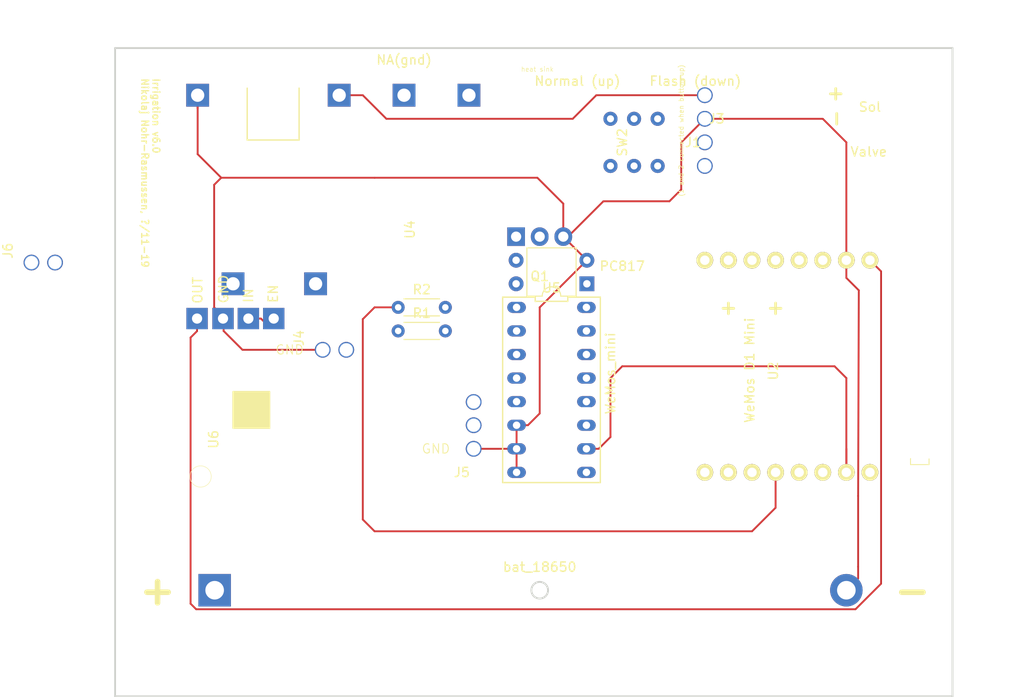
<source format=kicad_pcb>
(kicad_pcb (version 20171130) (host pcbnew "(5.0.2)-1")

  (general
    (thickness 1.6)
    (drawings 22)
    (tracks 184)
    (zones 0)
    (modules 15)
    (nets 18)
  )

  (page A4)
  (layers
    (0 Top_copper power)
    (1 "Blue_(signal_1)" signal)
    (2 Bottom_copper signal)
    (3 "Yellow2_(signal)" signal)
    (4 "Blue2_(signal)" signal)
    (31 "Red_(Power)" power)
    (32 B.Adhes user)
    (33 F.Adhes user)
    (34 B.Paste user)
    (35 F.Paste user)
    (36 B.SilkS user)
    (37 F.SilkS user)
    (38 B.Mask user)
    (39 F.Mask user)
    (40 Dwgs.User user)
    (41 Cmts.User user)
    (42 Eco1.User user)
    (43 Eco2.User user)
    (44 Edge.Cuts user)
    (45 Margin user)
    (46 B.CrtYd user)
    (47 F.CrtYd user)
    (48 B.Fab user)
    (49 F.Fab user)
  )

  (setup
    (last_trace_width 0.2)
    (trace_clearance 0.2)
    (zone_clearance 0.508)
    (zone_45_only no)
    (trace_min 0.2)
    (segment_width 0.2)
    (edge_width 0.2)
    (via_size 0.8)
    (via_drill 0.4)
    (via_min_size 0.4)
    (via_min_drill 0.3)
    (uvia_size 0.3)
    (uvia_drill 0.1)
    (uvias_allowed no)
    (uvia_min_size 0.2)
    (uvia_min_drill 0.1)
    (pcb_text_width 0.3)
    (pcb_text_size 1.5 1.5)
    (mod_edge_width 0.15)
    (mod_text_size 1 1)
    (mod_text_width 0.15)
    (pad_size 1.8 1.8)
    (pad_drill 1.016)
    (pad_to_mask_clearance 0.2)
    (solder_mask_min_width 0.25)
    (aux_axis_origin 0 0)
    (visible_elements 7FFFEFFF)
    (pcbplotparams
      (layerselection 0x290f0_7fffffe5)
      (usegerberextensions true)
      (usegerberattributes false)
      (usegerberadvancedattributes false)
      (creategerberjobfile false)
      (excludeedgelayer true)
      (linewidth 0.100000)
      (plotframeref false)
      (viasonmask false)
      (mode 1)
      (useauxorigin false)
      (hpglpennumber 1)
      (hpglpenspeed 20)
      (hpglpendiameter 15.000000)
      (psnegative false)
      (psa4output false)
      (plotreference true)
      (plotvalue true)
      (plotinvisibletext false)
      (padsonsilk true)
      (subtractmaskfromsilk false)
      (outputformat 1)
      (mirror false)
      (drillshape 0)
      (scaleselection 1)
      (outputdirectory "./"))
  )

  (net 0 "")
  (net 1 GND)
  (net 2 "Net-(J3-Pad1)")
  (net 3 "Net-(Q1-Pad1)")
  (net 4 "Net-(Opto1-Pad1)")
  (net 5 "Net-(R2-Pad1)")
  (net 6 "Net-(SW2-Pad2)")
  (net 7 "Net-(SW2-Pad1)")
  (net 8 "Net-(R1-Pad2)")
  (net 9 "Net-(U2-Pad15)")
  (net 10 "Net-(U2-Pad14)")
  (net 11 "Net-(U2-Pad10)")
  (net 12 "Net-(J4-Pad2)")
  (net 13 "Net-(J5-Pad2)")
  (net 14 "Net-(J5-Pad3)")
  (net 15 /4.0-7.5V)
  (net 16 /5V)
  (net 17 /12V)

  (net_class Default "This is the default net class."
    (clearance 0.2)
    (trace_width 0.2)
    (via_dia 0.8)
    (via_drill 0.4)
    (uvia_dia 0.3)
    (uvia_drill 0.1)
    (add_net /12V)
    (add_net /4.0-7.5V)
    (add_net /5V)
    (add_net GND)
    (add_net "Net-(J3-Pad1)")
    (add_net "Net-(J4-Pad2)")
    (add_net "Net-(J5-Pad2)")
    (add_net "Net-(J5-Pad3)")
    (add_net "Net-(Opto1-Pad1)")
    (add_net "Net-(Q1-Pad1)")
    (add_net "Net-(R1-Pad2)")
    (add_net "Net-(R2-Pad1)")
    (add_net "Net-(SW2-Pad1)")
    (add_net "Net-(SW2-Pad2)")
    (add_net "Net-(U2-Pad10)")
    (add_net "Net-(U2-Pad14)")
    (add_net "Net-(U2-Pad15)")
  )

  (module Package_DIP:DIP-4_W7.62mm (layer Top_copper) (tedit 5CB44DF3) (tstamp 5C9BBC4B)
    (at 68.58 43.18 180)
    (descr "4-lead though-hole mounted DIP package, row spacing 7.62 mm (300 mils)")
    (tags "THT DIP DIL PDIP 2.54mm 7.62mm 300mil")
    (path /5C922828)
    (fp_text reference Opto1 (at -3.175 3.81 180) (layer F.SilkS) hide
      (effects (font (size 1 1) (thickness 0.15)))
    )
    (fp_text value PC817 (at -3.81 1.905 180) (layer F.SilkS)
      (effects (font (size 1 1) (thickness 0.15)))
    )
    (fp_arc (start 3.81 -1.33) (end 2.81 -1.33) (angle -180) (layer F.SilkS) (width 0.12))
    (fp_line (start 1.635 -1.27) (end 6.985 -1.27) (layer F.Fab) (width 0.1))
    (fp_line (start 6.985 -1.27) (end 6.985 3.81) (layer F.Fab) (width 0.1))
    (fp_line (start 6.985 3.81) (end 0.635 3.81) (layer F.Fab) (width 0.1))
    (fp_line (start 0.635 3.81) (end 0.635 -0.27) (layer F.Fab) (width 0.1))
    (fp_line (start 0.635 -0.27) (end 1.635 -1.27) (layer F.Fab) (width 0.1))
    (fp_line (start 2.81 -1.33) (end 1.16 -1.33) (layer F.SilkS) (width 0.12))
    (fp_line (start 1.16 -1.33) (end 1.16 3.87) (layer F.SilkS) (width 0.12))
    (fp_line (start 1.16 3.87) (end 6.46 3.87) (layer F.SilkS) (width 0.12))
    (fp_line (start 6.46 3.87) (end 6.46 -1.33) (layer F.SilkS) (width 0.12))
    (fp_line (start 6.46 -1.33) (end 4.81 -1.33) (layer F.SilkS) (width 0.12))
    (fp_line (start -1.1 -1.55) (end -1.1 4.1) (layer F.CrtYd) (width 0.05))
    (fp_line (start -1.1 4.1) (end 8.7 4.1) (layer F.CrtYd) (width 0.05))
    (fp_line (start 8.7 4.1) (end 8.7 -1.55) (layer F.CrtYd) (width 0.05))
    (fp_line (start 8.7 -1.55) (end -1.1 -1.55) (layer F.CrtYd) (width 0.05))
    (fp_text user %R (at 3.81 1.27 180) (layer F.Fab)
      (effects (font (size 1 1) (thickness 0.15)))
    )
    (pad 1 thru_hole rect (at 0 0 180) (size 1.6 1.6) (drill 0.8) (layers *.Cu *.Mask)
      (net 4 "Net-(Opto1-Pad1)"))
    (pad 3 thru_hole oval (at 7.62 2.54 180) (size 1.6 1.6) (drill 0.8) (layers *.Cu *.Mask)
      (net 13 "Net-(J5-Pad2)"))
    (pad 2 thru_hole oval (at 0 2.54 180) (size 1.6 1.6) (drill 0.8) (layers *.Cu *.Mask)
      (net 1 GND))
    (pad 4 thru_hole oval (at 7.62 0 180) (size 1.6 1.6) (drill 0.8) (layers *.Cu *.Mask)
      (net 16 /5V))
    (model ${KISYS3DMOD}/Package_DIP.3dshapes/DIP-4_W7.62mm.wrl
      (at (xyz 0 0 0))
      (scale (xyz 1 1 1))
      (rotate (xyz 0 0 0))
    )
  )

  (module footprint:74HC4052_analogue_mux_v1 (layer Top_copper) (tedit 5CA72754) (tstamp 5CA72CC3)
    (at 64.77 54.61 270)
    (path /5CAC48A2)
    (fp_text reference U5 (at -10.99 0) (layer F.SilkS)
      (effects (font (size 1 1) (thickness 0.15)))
    )
    (fp_text value CD4052B (at 0 0 270) (layer F.Fab)
      (effects (font (size 1 1) (thickness 0.15)))
    )
    (fp_line (start -10.15 5.4) (end -10.15 -5.4) (layer F.CrtYd) (width 0.05))
    (fp_line (start 10.15 5.4) (end -10.15 5.4) (layer F.CrtYd) (width 0.05))
    (fp_line (start 10.15 -5.4) (end 10.15 5.4) (layer F.CrtYd) (width 0.05))
    (fp_line (start -10.15 -5.4) (end 10.15 -5.4) (layer F.CrtYd) (width 0.05))
    (fp_line (start -9.99 1.753333) (end -9.99 5.259999) (layer F.SilkS) (width 0.15))
    (fp_line (start -9.54 1.753333) (end -9.99 1.753333) (layer F.SilkS) (width 0.15))
    (fp_line (start -9.54 -1.753333) (end -9.54 1.753333) (layer F.SilkS) (width 0.15))
    (fp_line (start -9.99 -1.753333) (end -9.54 -1.753333) (layer F.SilkS) (width 0.15))
    (fp_line (start -9.99 -5.26) (end -9.99 -1.753333) (layer F.SilkS) (width 0.15))
    (fp_line (start 9.99 -5.259999) (end -9.99 -5.26) (layer F.SilkS) (width 0.15))
    (fp_line (start 9.99 5.26) (end 9.99 -5.259999) (layer F.SilkS) (width 0.15))
    (fp_line (start -9.99 5.259999) (end 9.99 5.26) (layer F.SilkS) (width 0.15))
    (pad 8 thru_hole oval (at 8.89 3.76 270) (size 1.2 2) (drill 0.8) (layers *.Cu *.Mask)
      (net 1 GND))
    (pad 9 thru_hole oval (at 8.89 -3.76 270) (size 1.2 2) (drill 0.8) (layers *.Cu *.Mask)
      (net 10 "Net-(U2-Pad14)"))
    (pad 7 thru_hole oval (at 6.35 3.76 270) (size 1.2 2) (drill 0.8) (layers *.Cu *.Mask)
      (net 1 GND))
    (pad 10 thru_hole oval (at 6.35 -3.76 270) (size 1.2 2) (drill 0.8) (layers *.Cu *.Mask)
      (net 9 "Net-(U2-Pad15)"))
    (pad 6 thru_hole oval (at 3.81 3.76 270) (size 1.2 2) (drill 0.8) (layers *.Cu *.Mask)
      (net 1 GND))
    (pad 11 thru_hole oval (at 3.81 -3.76 270) (size 1.2 2) (drill 0.8) (layers *.Cu *.Mask))
    (pad 5 thru_hole oval (at 1.27 3.76 270) (size 1.2 2) (drill 0.8) (layers *.Cu *.Mask))
    (pad 12 thru_hole oval (at 1.27 -3.76 270) (size 1.2 2) (drill 0.8) (layers *.Cu *.Mask)
      (net 14 "Net-(J5-Pad3)"))
    (pad 4 thru_hole oval (at -1.27 3.76 270) (size 1.2 2) (drill 0.8) (layers *.Cu *.Mask))
    (pad 13 thru_hole oval (at -1.27 -3.76 270) (size 1.2 2) (drill 0.8) (layers *.Cu *.Mask)
      (net 11 "Net-(U2-Pad10)"))
    (pad 3 thru_hole oval (at -3.81 3.76 270) (size 1.2 2) (drill 0.8) (layers *.Cu *.Mask))
    (pad 14 thru_hole oval (at -3.81 -3.76 270) (size 1.2 2) (drill 0.8) (layers *.Cu *.Mask)
      (net 8 "Net-(R1-Pad2)"))
    (pad 2 thru_hole oval (at -6.35 3.76 270) (size 1.2 2) (drill 0.8) (layers *.Cu *.Mask))
    (pad 15 thru_hole oval (at -6.35 -3.76 270) (size 1.2 2) (drill 0.8) (layers *.Cu *.Mask))
    (pad 1 thru_hole oval (at -8.89 3.76 270) (size 1.2 2) (drill 0.8) (layers *.Cu *.Mask))
    (pad 16 thru_hole oval (at -8.89 -3.76 270) (size 1.2 2) (drill 0.8) (layers *.Cu *.Mask)
      (net 13 "Net-(J5-Pad2)"))
  )

  (module footprint:BatteryHolder_MPD_BH-18650-PC2_v4 (layer Top_copper) (tedit 5CAF9A70) (tstamp 5CAF9B3B)
    (at 63.5 76.2)
    (descr "18650 Battery Holder (http://www.memoryprotectiondevices.com/datasheets/BK-18650-PC2-datasheet.pdf)")
    (tags "18650 Battery Holder")
    (path /5C9C0D4A)
    (fp_text reference bat_18650 (at 0 -2.5) (layer F.SilkS)
      (effects (font (size 1 1) (thickness 0.15)))
    )
    (fp_text value Battery_Cell (at 0 -4.8) (layer F.Fab)
      (effects (font (size 1 1) (thickness 0.15)))
    )
    (fp_line (start -38.1 -10.668) (end 35.56 -10.668) (layer F.CrtYd) (width 0.05))
    (fp_line (start -38.1 10.668) (end -38.1 -10.668) (layer F.CrtYd) (width 0.05))
    (fp_circle (center 0 0) (end -1.016 -0.508) (layer F.CrtYd) (width 0.05))
    (fp_line (start 35.56 10.668) (end 35.56 -10.668) (layer F.CrtYd) (width 0.05))
    (fp_line (start -38.1 10.668) (end 35.56 10.668) (layer F.CrtYd) (width 0.05))
    (pad 2 thru_hole circle (at 33.02 0) (size 3.5 3.5) (drill 2) (layers *.Cu *.Mask)
      (net 1 GND))
    (pad 1 thru_hole rect (at -35 0) (size 3.5 3.5) (drill 2) (layers *.Cu *.Mask)
      (net 12 "Net-(J4-Pad2)"))
    (model ${KISYS3DMOD}/Battery.3dshapes/BatteryHolder_MPD_BH-18650-PC2.wrl
      (at (xyz 0 0 0))
      (scale (xyz 1 1 1))
      (rotate (xyz 0 0 0))
    )
  )

  (module footprint:onoff_push_button_2x3_pins_v2 (layer Top_copper) (tedit 5DCC51E4) (tstamp 5CA30AC7)
    (at 68.58 43.18 270)
    (path /5C938ACF)
    (fp_text reference SW2 (at -15.24 -3.81 270) (layer F.SilkS)
      (effects (font (size 1 1) (thickness 0.15)))
    )
    (fp_text value flash (at -15.24 -0.508 270) (layer F.Fab)
      (effects (font (size 1 1) (thickness 0.15)))
    )
    (fp_line (start -19.05 -8.89) (end -11.43 -8.89) (layer F.CrtYd) (width 0.15))
    (fp_line (start -11.43 -8.89) (end -11.43 -1.27) (layer F.CrtYd) (width 0.15))
    (fp_line (start -11.43 -1.27) (end -19.05 -1.27) (layer F.CrtYd) (width 0.15))
    (fp_line (start -19.05 -1.27) (end -19.05 -8.89) (layer F.CrtYd) (width 0.15))
    (fp_text user "Flash (down)" (at -21.844 -11.684) (layer F.SilkS)
      (effects (font (size 1 1) (thickness 0.15)))
    )
    (fp_text user "Normal (up)" (at -21.844 1.016) (layer F.SilkS)
      (effects (font (size 1 1) (thickness 0.15)))
    )
    (fp_line (start -17.78 -5.08) (end -21.59 -5.08) (layer F.Fab) (width 0.15))
    (fp_line (start -20.828 -5.08) (end -21.336 -5.08) (layer F.Fab) (width 0.15))
    (fp_line (start -20.32 -7.62) (end -17.78 -7.62) (layer F.Fab) (width 0.15))
    (fp_line (start -17.78 -2.54) (end -20.32 -2.54) (layer F.Fab) (width 0.15))
    (fp_circle (center -20.32 -7.62) (end -20.447 -7.6454) (layer F.Fab) (width 0.15))
    (fp_circle (center -20.3454 -2.54) (end -20.3962 -2.6416) (layer F.Fab) (width 0.15))
    (fp_circle (center -21.59 -5.08) (end -21.6916 -5.1054) (layer F.Fab) (width 0.15))
    (fp_line (start -21.59 -5.08) (end -22.86 -7.62) (layer F.Fab) (width 0.15))
    (fp_line (start -21.59 -5.08) (end -20.32 -2.54) (layer F.Fab) (width 0.05))
    (fp_text user "(1 and 2 connected when button up)" (at -16.51 -10.16 270) (layer F.SilkS)
      (effects (font (size 0.5 0.5) (thickness 0.075)))
    )
    (pad 1 thru_hole circle (at -17.78 -7.62 270) (size 1.524 1.524) (drill 0.762) (layers *.Cu *.Mask)
      (net 7 "Net-(SW2-Pad1)"))
    (pad 2 thru_hole circle (at -17.78 -5.08 270) (size 1.524 1.524) (drill 0.762) (layers *.Cu *.Mask)
      (net 6 "Net-(SW2-Pad2)"))
    (pad NA thru_hole circle (at -12.7 -5.08 270) (size 1.524 1.524) (drill 0.762) (layers *.Cu *.Mask))
    (pad NA thru_hole circle (at -12.7 -7.62 270) (size 1.524 1.524) (drill 0.762) (layers *.Cu *.Mask))
    (pad NA thru_hole circle (at -12.7 -2.54 270) (size 1.524 1.524) (drill 0.762) (layers *.Cu *.Mask))
    (pad 3 thru_hole circle (at -17.78 -2.54 270) (size 1.524 1.524) (drill 0.762) (layers *.Cu *.Mask))
  )

  (module footprint:2p_connector_v2 (layer Top_copper) (tedit 5DCC520D) (tstamp 5C9BBC0A)
    (at 78.74 22.86 90)
    (path /5C4F9789)
    (fp_text reference J1 (at -5.08 1.27 180) (layer F.SilkS)
      (effects (font (size 1 1) (thickness 0.15)))
    )
    (fp_text value Sol (at -1.27 20.32 180) (layer F.SilkS)
      (effects (font (size 1 1) (thickness 0.15)))
    )
    (fp_line (start -3.81 1.27) (end 1.27 1.27) (layer F.CrtYd) (width 0.15))
    (fp_line (start 1.27 1.27) (end 1.27 3.81) (layer F.CrtYd) (width 0.15))
    (fp_line (start 1.27 3.81) (end -3.81 3.81) (layer F.CrtYd) (width 0.15))
    (fp_line (start -3.81 3.81) (end -3.81 1.27) (layer F.CrtYd) (width 0.15))
    (pad 1 thru_hole circle (at -2.54 2.54 90) (size 1.7 1.7) (drill 1.43) (layers *.Cu *.Mask)
      (net 1 GND))
    (pad 2 thru_hole circle (at 0 2.54 90) (size 1.7 1.7) (drill 1.43) (layers *.Cu *.Mask)
      (net 15 /4.0-7.5V))
  )

  (module wemos_d1_mini:D1_mini_board_v10 (layer Top_copper) (tedit 5DCC3D76) (tstamp 5C9BBEBB)
    (at 106.68 45.72 90)
    (path /5C4F9AC3)
    (fp_text reference U2 (at -6.858 -18.034 90) (layer F.SilkS)
      (effects (font (size 1 1) (thickness 0.15)))
    )
    (fp_text value WeMos_mini (at -7.112 -35.56 90) (layer F.SilkS)
      (effects (font (size 1 1) (thickness 0.15)))
    )
    (fp_text user "WeMos D1 Mini" (at -6.776942 -20.574 90) (layer F.SilkS)
      (effects (font (size 1 1) (thickness 0.15)))
    )
    (fp_line (start -3.597292 -5.442549) (end -10.736873 -5.442549) (layer F.CrtYd) (width 0.1))
    (fp_line (start -10.736873 -5.442549) (end -10.736873 0.371188) (layer F.CrtYd) (width 0.1))
    (fp_line (start -10.736873 0.371188) (end -3.597292 0.371188) (layer F.CrtYd) (width 0.1))
    (fp_line (start -3.597292 0.371188) (end -3.597292 -5.442549) (layer F.CrtYd) (width 0.1))
    (fp_line (start -16.28582 -3.248262) (end -16.938459 -3.248262) (layer F.SilkS) (width 0.1))
    (fp_line (start -16.938459 -3.248262) (end -16.938459 -1.255068) (layer F.SilkS) (width 0.1))
    (fp_line (start -16.938459 -1.255068) (end -16.321098 -1.255068) (layer F.SilkS) (width 0.1))
    (fp_line (start 6.604 1.016) (end -16.256 1.016) (layer F.CrtYd) (width 0.15))
    (fp_line (start -16.256 1.016) (end -16.256 -5.842) (layer F.CrtYd) (width 0.15))
    (fp_line (start -19.558 -5.842) (end -19.558 -34.544) (layer F.CrtYd) (width 0.15))
    (fp_line (start -19.558 -34.544) (end 6.604 -34.544) (layer F.CrtYd) (width 0.15))
    (fp_line (start 6.604 -34.544) (end 6.604 1.016) (layer F.CrtYd) (width 0.15))
    (fp_text user RST (at -22.016942 -25.654 90) (layer F.Fab)
      (effects (font (size 1 1) (thickness 0.15)))
    )
    (fp_text user 3V3 (at -22.016942 -7.874 90) (layer F.Fab)
      (effects (font (size 1 1) (thickness 0.15)))
    )
    (fp_text user 5V (at 8.463058 -7.874 90) (layer F.Fab)
      (effects (font (size 1 1) (thickness 0.15)))
    )
    (fp_text user GND (at 8.463058 -10.414 90) (layer F.Fab)
      (effects (font (size 1 1) (thickness 0.15)))
    )
    (fp_text user A0 (at -22.016942 -23.114 90) (layer F.Fab)
      (effects (font (size 1 1) (thickness 0.15)))
    )
    (fp_line (start -16.256 -5.842) (end -19.558 -5.842) (layer F.CrtYd) (width 0.15))
    (fp_text user D0 (at -22.098 -20.574 90) (layer F.Fab)
      (effects (font (size 1 1) (thickness 0.15)))
    )
    (fp_text user D5 (at -22.016942 -18.034 90) (layer F.Fab)
      (effects (font (size 1 1) (thickness 0.15)))
    )
    (fp_text user D6 (at -22.016942 -15.494 90) (layer F.Fab)
      (effects (font (size 1 1) (thickness 0.15)))
    )
    (fp_text user D7 (at -22.016942 -12.954 90) (layer F.Fab)
      (effects (font (size 1 1) (thickness 0.15)))
    )
    (fp_text user D8 (at -22.016942 -10.414 90) (layer F.Fab)
      (effects (font (size 1 1) (thickness 0.15)))
    )
    (fp_text user TX (at 7.747 -25.654 90) (layer F.Fab)
      (effects (font (size 1 1) (thickness 0.15)))
    )
    (fp_text user RX (at 7.874 -22.987 90) (layer F.Fab)
      (effects (font (size 1 1) (thickness 0.15)))
    )
    (fp_text user D1 (at 8.463058 -20.32 90) (layer F.Fab)
      (effects (font (size 1 1) (thickness 0.15)))
    )
    (fp_text user D2 (at 8.463058 -18.034 90) (layer F.Fab)
      (effects (font (size 1 1) (thickness 0.15)))
    )
    (fp_text user D3 (at 8.463058 -15.494 90) (layer F.Fab)
      (effects (font (size 1 1) (thickness 0.15)))
    )
    (fp_text user D4 (at 8.463058 -12.954 90) (layer F.Fab)
      (effects (font (size 1 1) (thickness 0.15)))
    )
    (pad 8 thru_hole circle (at 5.08 -25.4 90) (size 1.8 1.8) (drill 1.016) (layers *.Cu *.Mask F.SilkS))
    (pad 7 thru_hole circle (at 5.08 -22.86 90) (size 1.8 1.8) (drill 1.016) (layers *.Cu *.Mask F.SilkS))
    (pad 6 thru_hole circle (at 5.08 -20.32 90) (size 1.8 1.8) (drill 1.016) (layers *.Cu *.Mask F.SilkS)
      (net 4 "Net-(Opto1-Pad1)"))
    (pad 5 thru_hole circle (at 5.08 -17.78 90) (size 1.8 1.8) (drill 1.016) (layers *.Cu *.Mask F.SilkS))
    (pad 4 thru_hole circle (at 5.08 -15.24 90) (size 1.8 1.8) (drill 1.016) (layers *.Cu *.Mask F.SilkS))
    (pad 3 thru_hole circle (at 5.08 -12.7 90) (size 1.8 1.8) (drill 1.016) (layers *.Cu *.Mask F.SilkS))
    (pad 2 thru_hole circle (at 5.08 -10.16 90) (size 1.8 1.8) (drill 1.016) (layers *.Mask Top_copper F.SilkS)
      (net 1 GND))
    (pad 1 thru_hole circle (at 5.08 -7.62 90) (size 1.8 1.8) (drill 1.016) (layers *.Cu *.Mask F.SilkS)
      (net 16 /5V))
    (pad 16 thru_hole circle (at -17.78 -7.62 90) (size 1.8 1.8) (drill 1.016) (layers *.Cu *.Mask F.SilkS))
    (pad 15 thru_hole circle (at -17.78 -10.16 90) (size 1.8 1.8) (drill 1.016) (layers *.Cu *.Mask F.SilkS)
      (net 9 "Net-(U2-Pad15)"))
    (pad 14 thru_hole circle (at -17.78 -12.7 90) (size 1.8 1.8) (drill 1.016) (layers *.Cu *.Mask F.SilkS)
      (net 10 "Net-(U2-Pad14)"))
    (pad 13 thru_hole circle (at -17.78 -15.24 90) (size 1.8 1.8) (drill 1.016) (layers *.Cu *.Mask F.SilkS))
    (pad 12 thru_hole circle (at -17.78 -17.78 90) (size 1.8 1.8) (drill 1.016) (layers *.Cu *.Mask F.SilkS)
      (net 5 "Net-(R2-Pad1)"))
    (pad 11 thru_hole circle (at -17.78 -20.32 90) (size 1.8 1.8) (drill 1.016) (layers *.Cu *.Mask F.SilkS)
      (net 7 "Net-(SW2-Pad1)"))
    (pad 10 thru_hole circle (at -17.78 -22.86 90) (size 1.8 1.8) (drill 1.016) (layers *.Cu *.Mask F.SilkS)
      (net 11 "Net-(U2-Pad10)"))
    (pad 9 thru_hole circle (at -17.78 -25.4 90) (size 1.8 1.8) (drill 1.016) (layers *.Cu *.Mask F.SilkS)
      (net 6 "Net-(SW2-Pad2)"))
  )

  (module footprint:2p_connector_v2 (layer Top_copper) (tedit 5DCC5207) (tstamp 5C9BBC1E)
    (at 83.82 30.48 270)
    (path /5C4F97F0)
    (fp_text reference J3 (at -5.08 1.27) (layer F.SilkS)
      (effects (font (size 1 1) (thickness 0.15)))
    )
    (fp_text value Valve (at -1.524 -15.113) (layer F.SilkS)
      (effects (font (size 1 1) (thickness 0.15)))
    )
    (fp_line (start -3.81 3.81) (end -3.81 1.27) (layer F.CrtYd) (width 0.15))
    (fp_line (start 1.27 3.81) (end -3.81 3.81) (layer F.CrtYd) (width 0.15))
    (fp_line (start 1.27 1.27) (end 1.27 3.81) (layer F.CrtYd) (width 0.15))
    (fp_line (start -3.81 1.27) (end 1.27 1.27) (layer F.CrtYd) (width 0.15))
    (pad 2 thru_hole circle (at 0 2.54 270) (size 1.7 1.7) (drill 1.43) (layers *.Cu *.Mask)
      (net 17 /12V))
    (pad 1 thru_hole circle (at -2.54 2.54 270) (size 1.7 1.7) (drill 1.43) (layers *.Cu *.Mask)
      (net 2 "Net-(J3-Pad1)"))
  )

  (module Resistor_THT:R_Axial_DIN0204_L3.6mm_D1.6mm_P5.08mm_Horizontal (layer Top_copper) (tedit 5AE5139B) (tstamp 5C9BBC5E)
    (at 48.26 48.26)
    (descr "Resistor, Axial_DIN0204 series, Axial, Horizontal, pin pitch=5.08mm, 0.167W, length*diameter=3.6*1.6mm^2, http://cdn-reichelt.de/documents/datenblatt/B400/1_4W%23YAG.pdf")
    (tags "Resistor Axial_DIN0204 series Axial Horizontal pin pitch 5.08mm 0.167W length 3.6mm diameter 1.6mm")
    (path /5C4F9DC6)
    (fp_text reference R1 (at 2.54 -1.92) (layer F.SilkS)
      (effects (font (size 1 1) (thickness 0.15)))
    )
    (fp_text value 100k (at -3.302 0) (layer F.Fab)
      (effects (font (size 1 1) (thickness 0.15)))
    )
    (fp_text user %R (at 2.54 0) (layer F.Fab)
      (effects (font (size 0.72 0.72) (thickness 0.108)))
    )
    (fp_line (start 6.03 -1.05) (end -0.95 -1.05) (layer F.CrtYd) (width 0.05))
    (fp_line (start 6.03 1.05) (end 6.03 -1.05) (layer F.CrtYd) (width 0.05))
    (fp_line (start -0.95 1.05) (end 6.03 1.05) (layer F.CrtYd) (width 0.05))
    (fp_line (start -0.95 -1.05) (end -0.95 1.05) (layer F.CrtYd) (width 0.05))
    (fp_line (start 0.62 0.92) (end 4.46 0.92) (layer F.SilkS) (width 0.12))
    (fp_line (start 0.62 -0.92) (end 4.46 -0.92) (layer F.SilkS) (width 0.12))
    (fp_line (start 5.08 0) (end 4.34 0) (layer F.Fab) (width 0.1))
    (fp_line (start 0 0) (end 0.74 0) (layer F.Fab) (width 0.1))
    (fp_line (start 4.34 -0.8) (end 0.74 -0.8) (layer F.Fab) (width 0.1))
    (fp_line (start 4.34 0.8) (end 4.34 -0.8) (layer F.Fab) (width 0.1))
    (fp_line (start 0.74 0.8) (end 4.34 0.8) (layer F.Fab) (width 0.1))
    (fp_line (start 0.74 -0.8) (end 0.74 0.8) (layer F.Fab) (width 0.1))
    (pad 2 thru_hole oval (at 5.08 0) (size 1.4 1.4) (drill 0.7) (layers *.Cu *.Mask)
      (net 8 "Net-(R1-Pad2)"))
    (pad 1 thru_hole circle (at 0 0) (size 1.4 1.4) (drill 0.7) (layers *.Cu *.Mask)
      (net 12 "Net-(J4-Pad2)"))
    (model ${KISYS3DMOD}/Resistor_THT.3dshapes/R_Axial_DIN0204_L3.6mm_D1.6mm_P5.08mm_Horizontal.wrl
      (at (xyz 0 0 0))
      (scale (xyz 1 1 1))
      (rotate (xyz 0 0 0))
    )
  )

  (module Resistor_THT:R_Axial_DIN0204_L3.6mm_D1.6mm_P5.08mm_Horizontal (layer Top_copper) (tedit 5AE5139B) (tstamp 5C9BBC71)
    (at 48.26 45.72)
    (descr "Resistor, Axial_DIN0204 series, Axial, Horizontal, pin pitch=5.08mm, 0.167W, length*diameter=3.6*1.6mm^2, http://cdn-reichelt.de/documents/datenblatt/B400/1_4W%23YAG.pdf")
    (tags "Resistor Axial_DIN0204 series Axial Horizontal pin pitch 5.08mm 0.167W length 3.6mm diameter 1.6mm")
    (path /5C4F22D3)
    (fp_text reference R2 (at 2.54 -1.92) (layer F.SilkS)
      (effects (font (size 1 1) (thickness 0.15)))
    )
    (fp_text value 5k (at -2.286 0.889) (layer F.Fab)
      (effects (font (size 1 1) (thickness 0.15)))
    )
    (fp_line (start 0.74 -0.8) (end 0.74 0.8) (layer F.Fab) (width 0.1))
    (fp_line (start 0.74 0.8) (end 4.34 0.8) (layer F.Fab) (width 0.1))
    (fp_line (start 4.34 0.8) (end 4.34 -0.8) (layer F.Fab) (width 0.1))
    (fp_line (start 4.34 -0.8) (end 0.74 -0.8) (layer F.Fab) (width 0.1))
    (fp_line (start 0 0) (end 0.74 0) (layer F.Fab) (width 0.1))
    (fp_line (start 5.08 0) (end 4.34 0) (layer F.Fab) (width 0.1))
    (fp_line (start 0.62 -0.92) (end 4.46 -0.92) (layer F.SilkS) (width 0.12))
    (fp_line (start 0.62 0.92) (end 4.46 0.92) (layer F.SilkS) (width 0.12))
    (fp_line (start -0.95 -1.05) (end -0.95 1.05) (layer F.CrtYd) (width 0.05))
    (fp_line (start -0.95 1.05) (end 6.03 1.05) (layer F.CrtYd) (width 0.05))
    (fp_line (start 6.03 1.05) (end 6.03 -1.05) (layer F.CrtYd) (width 0.05))
    (fp_line (start 6.03 -1.05) (end -0.95 -1.05) (layer F.CrtYd) (width 0.05))
    (fp_text user %R (at 2.54 0) (layer F.Fab)
      (effects (font (size 0.72 0.72) (thickness 0.108)))
    )
    (pad 1 thru_hole circle (at 0 0) (size 1.4 1.4) (drill 0.7) (layers *.Cu *.Mask)
      (net 5 "Net-(R2-Pad1)"))
    (pad 2 thru_hole oval (at 5.08 0) (size 1.4 1.4) (drill 0.7) (layers *.Cu *.Mask)
      (net 3 "Net-(Q1-Pad1)"))
    (model ${KISYS3DMOD}/Resistor_THT.3dshapes/R_Axial_DIN0204_L3.6mm_D1.6mm_P5.08mm_Horizontal.wrl
      (at (xyz 0 0 0))
      (scale (xyz 1 1 1))
      (rotate (xyz 0 0 0))
    )
  )

  (module footprint:2p_connector_v2 (layer Top_copper) (tedit 5C5AE479) (tstamp 5CAF72C4)
    (at 42.672 47.752)
    (path /5CAF6943)
    (fp_text reference J4 (at -5.08 1.27 90) (layer F.SilkS)
      (effects (font (size 1 1) (thickness 0.15)))
    )
    (fp_text value Batt (at -1.27 5.08) (layer F.Fab)
      (effects (font (size 1 1) (thickness 0.15)))
    )
    (fp_line (start -3.81 1.27) (end 1.27 1.27) (layer F.CrtYd) (width 0.15))
    (fp_line (start 1.27 1.27) (end 1.27 3.81) (layer F.CrtYd) (width 0.15))
    (fp_line (start 1.27 3.81) (end -3.81 3.81) (layer F.CrtYd) (width 0.15))
    (fp_line (start -3.81 3.81) (end -3.81 1.27) (layer F.CrtYd) (width 0.15))
    (pad 1 thru_hole circle (at -2.54 2.54) (size 1.7 1.7) (drill 1.43) (layers *.Cu *.Mask)
      (net 1 GND))
    (pad 2 thru_hole circle (at 0 2.54) (size 1.7 1.7) (drill 1.43) (layers *.Cu *.Mask)
      (net 12 "Net-(J4-Pad2)"))
  )

  (module footprint:3p_connector_v1 (layer Top_copper) (tedit 5CAF6C81) (tstamp 5CAF72E0)
    (at 53.848 58.42 90)
    (path /5DCA78C4)
    (fp_text reference J5 (at -5.08 1.27 180) (layer F.SilkS)
      (effects (font (size 1 1) (thickness 0.15)))
    )
    (fp_text value "Capacitive soil sensor" (at -1.27 5.08 90) (layer F.Fab)
      (effects (font (size 1 1) (thickness 0.15)))
    )
    (fp_line (start -3.81 1.27) (end 3.81 1.27) (layer F.CrtYd) (width 0.15))
    (fp_line (start 3.81 1.27) (end 3.81 3.81) (layer F.CrtYd) (width 0.15))
    (fp_line (start 3.81 3.81) (end -3.81 3.81) (layer F.CrtYd) (width 0.15))
    (fp_line (start -3.81 3.81) (end -3.81 1.27) (layer F.CrtYd) (width 0.15))
    (pad 1 thru_hole circle (at -2.54 2.54 90) (size 1.7 1.7) (drill 1.43) (layers *.Cu *.Mask)
      (net 1 GND))
    (pad 2 thru_hole circle (at 0 2.54 90) (size 1.7 1.7) (drill 1.43) (layers *.Cu *.Mask)
      (net 13 "Net-(J5-Pad2)"))
    (pad 3 thru_hole circle (at 2.5 2.54 90) (size 1.7 1.7) (drill 1.43) (layers *.Cu *.Mask)
      (net 14 "Net-(J5-Pad3)"))
  )

  (module footprint:J5019_v5 (layer Top_copper) (tedit 5CAF996A) (tstamp 5CAF9B45)
    (at 58.42 20.32 270)
    (path /5C94F80F)
    (fp_text reference U4 (at 17.018 8.89 270) (layer F.SilkS)
      (effects (font (size 1 1) (thickness 0.15)))
    )
    (fp_text value J5019 (at 15.748 6.35 270) (layer F.Fab)
      (effects (font (size 1 1) (thickness 0.15)))
    )
    (fp_line (start 1.27 1.27) (end 1.27 33.02) (layer F.CrtYd) (width 0.15))
    (fp_line (start 1.27 33.02) (end 25.4 33.02) (layer F.CrtYd) (width 0.15))
    (fp_line (start 25.4 1.27) (end 1.27 1.27) (layer F.CrtYd) (width 0.15))
    (fp_line (start 25.4 1.27) (end 25.4 33.02) (layer F.CrtYd) (width 0.15))
    (fp_line (start 1.778 20.828) (end 7.366 20.828) (layer F.SilkS) (width 0.15))
    (fp_line (start 7.366 20.828) (end 7.366 26.416) (layer F.SilkS) (width 0.15))
    (fp_line (start 7.366 26.416) (end 1.778 26.416) (layer F.SilkS) (width 0.15))
    (pad 6 thru_hole rect (at 2.54 31.75 270) (size 2.46 2.46) (drill 1.43) (layers *.Cu *.Mask)
      (net 1 GND))
    (pad 5 thru_hole rect (at 2.54 16.51 270) (size 2.46 2.46) (drill 1.43) (layers *.Cu *.Mask)
      (net 15 /4.0-7.5V))
    (pad 4 thru_hole rect (at 2.54 2.54 270) (size 2.46 2.46) (drill 1.43) (layers *.Cu *.Mask)
      (net 17 /12V))
    (pad 3 thru_hole rect (at 22.86 19.05 270) (size 2.46 2.46) (drill 1.43) (layers *.Cu *.Mask)
      (net 12 "Net-(J4-Pad2)"))
    (pad 1 thru_hole rect (at 2.54 9.525 270) (size 2.46 2.46) (drill 1.43) (layers *.Cu *.Mask))
    (pad 2 thru_hole rect (at 22.86 27.94 270) (size 2.46 2.46) (drill 1.43) (layers *.Cu *.Mask))
  )

  (module footprint:2p_connector_v2 (layer Top_copper) (tedit 5C5AE479) (tstamp 5DC860CE)
    (at 11.315001 38.35)
    (path /5DC4C554)
    (fp_text reference J6 (at -5.08 1.27 90) (layer F.SilkS)
      (effects (font (size 1 1) (thickness 0.15)))
    )
    (fp_text value Valve (at -1.27 5.08) (layer F.Fab)
      (effects (font (size 1 1) (thickness 0.15)))
    )
    (fp_line (start -3.81 1.27) (end 1.27 1.27) (layer F.CrtYd) (width 0.15))
    (fp_line (start 1.27 1.27) (end 1.27 3.81) (layer F.CrtYd) (width 0.15))
    (fp_line (start 1.27 3.81) (end -3.81 3.81) (layer F.CrtYd) (width 0.15))
    (fp_line (start -3.81 3.81) (end -3.81 1.27) (layer F.CrtYd) (width 0.15))
    (pad 1 thru_hole circle (at -2.54 2.54) (size 1.7 1.7) (drill 1.43) (layers *.Cu *.Mask))
    (pad 2 thru_hole circle (at 0 2.54) (size 1.7 1.7) (drill 1.43) (layers *.Cu *.Mask))
  )

  (module footprint:TIP120_flat_v2 (layer Top_copper) (tedit 5C9CA021) (tstamp 5DC860CF)
    (at 66.04 38.1 180)
    (descr "TO-220-3, Vertical, RM 2.54mm, see https://www.vishay.com/docs/66542/to-220-1.pdf")
    (tags "TO-220-3 Vertical RM 2.54mm")
    (path /5C4F21EB)
    (fp_text reference Q1 (at 2.54 -4.27 180) (layer F.SilkS)
      (effects (font (size 1 1) (thickness 0.15)))
    )
    (fp_text value TIP120 (at 2.54 -2.54 180) (layer F.Fab)
      (effects (font (size 1 1) (thickness 0.15)))
    )
    (fp_circle (center 2.54 16.002) (end 3.675923 16.002) (layer F.CrtYd) (width 0.15))
    (fp_line (start 4.064 -1.27) (end 6.096 -1.27) (layer F.CrtYd) (width 0.15))
    (fp_line (start 1.524 -1.27) (end 3.556 -1.27) (layer F.CrtYd) (width 0.15))
    (fp_line (start -1.016 -1.27) (end 1.016 -1.27) (layer F.CrtYd) (width 0.15))
    (fp_line (start 6.096 6.858) (end 6.096 -1.27) (layer F.CrtYd) (width 0.15))
    (fp_line (start 4.064 6.858) (end 4.064 -1.27) (layer F.CrtYd) (width 0.15))
    (fp_line (start 3.556 6.858) (end 3.556 -1.27) (layer F.CrtYd) (width 0.15))
    (fp_line (start 1.524 6.858) (end 1.524 -1.27) (layer F.CrtYd) (width 0.15))
    (fp_line (start 1.016 6.858) (end 1.016 -1.27) (layer F.CrtYd) (width 0.15))
    (fp_line (start 7.62 6.858) (end 7.62 17.272) (layer F.CrtYd) (width 0.15))
    (fp_line (start -2.54 6.858) (end 7.62 6.858) (layer F.CrtYd) (width 0.15))
    (fp_line (start -2.54 17.272) (end -2.54 6.858) (layer F.CrtYd) (width 0.15))
    (fp_line (start -0.762 19.05) (end -2.54 17.272) (layer F.CrtYd) (width 0.15))
    (fp_line (start 5.842 19.05) (end -0.762 19.05) (layer F.CrtYd) (width 0.15))
    (fp_line (start 7.62 17.272) (end 5.842 19.05) (layer F.CrtYd) (width 0.15))
    (fp_text user %R (at 2.54 -4.27 180) (layer F.Fab)
      (effects (font (size 1 1) (thickness 0.15)))
    )
    (fp_line (start -2.54 13.462) (end 7.62 13.462) (layer F.CrtYd) (width 0.15))
    (fp_line (start -1.016 6.858) (end -1.016 -1.27) (layer F.CrtYd) (width 0.15))
    (fp_text user "heat sink" (at 2.794 18.034 180) (layer F.SilkS)
      (effects (font (size 0.5 0.5) (thickness 0.06)))
    )
    (fp_text user B (at 6.604 4.572 180) (layer F.Fab)
      (effects (font (size 1 1) (thickness 0.15)))
    )
    (fp_text user E (at -1.524 4.572 180) (layer F.Fab)
      (effects (font (size 1 1) (thickness 0.15)))
    )
    (pad 1 thru_hole rect (at 5.08 0 180) (size 1.905 2) (drill 1.1) (layers *.Cu *.Mask)
      (net 3 "Net-(Q1-Pad1)"))
    (pad 2 thru_hole oval (at 2.54 0 180) (size 1.905 2) (drill 1.1) (layers *.Cu *.Mask)
      (net 2 "Net-(J3-Pad1)"))
    (pad 3 thru_hole oval (at 0 0 180) (size 1.905 2) (drill 1.1) (layers *.Cu *.Mask)
      (net 1 GND))
    (model ${KISYS3DMOD}/Package_TO_SOT_THT.3dshapes/TO-220-3_Vertical.wrl
      (at (xyz 0 0 0))
      (scale (xyz 1 1 1))
      (rotate (xyz 0 0 0))
    )
  )

  (module footprint:12-5V_DCDC_v2 (layer Top_copper) (tedit 5DC86159) (tstamp 5DC862DF)
    (at 25.4 65.532 90)
    (path /5DC866EE)
    (fp_text reference U6 (at 5.588 2.9845 90) (layer F.SilkS)
      (effects (font (size 1 1) (thickness 0.15)))
    )
    (fp_text value 12-24V-1.8-12V_DCDC_converter (at 7.0485 1.397 90) (layer F.Fab)
      (effects (font (size 1 1) (thickness 0.15)))
    )
    (fp_line (start 0 0) (end 0 10.65) (layer F.CrtYd) (width 0.15))
    (fp_line (start 0 10.65) (end 19.77 10.65) (layer F.CrtYd) (width 0.15))
    (fp_line (start 0 0) (end 19.77 0) (layer F.CrtYd) (width 0.15))
    (fp_line (start 19.812 0) (end 19.812 10.65) (layer F.CrtYd) (width 0.15))
    (fp_poly (pts (xy 6.7945 5.08) (xy 6.7945 9.017) (xy 10.7315 9.017) (xy 10.7315 5.08)) (layer F.SilkS) (width 0.15))
    (fp_circle (center 1.5875 1.5875) (end 0.9525 0.635) (layer F.SilkS) (width 0.05))
    (fp_text user OUT (at 21.6535 1.27 90) (layer F.SilkS)
      (effects (font (size 1 1) (thickness 0.15)))
    )
    (fp_text user GND (at 21.7805 4.064 90) (layer F.SilkS)
      (effects (font (size 1 1) (thickness 0.15)))
    )
    (fp_text user IN (at 21.082 6.731 90) (layer F.SilkS)
      (effects (font (size 1 1) (thickness 0.15)))
    )
    (fp_text user EN (at 21.2725 9.398 90) (layer F.SilkS)
      (effects (font (size 1 1) (thickness 0.15)))
    )
    (pad 4 thru_hole rect (at 18.6055 9.4615 90) (size 2.3 2.3) (drill 1.1) (layers *.Cu *.Mask)
      (net 17 /12V))
    (pad 3 thru_hole rect (at 18.6055 6.731 90) (size 2.3 2.3) (drill 1.1) (layers *.Cu *.Mask)
      (net 17 /12V))
    (pad 1 thru_hole rect (at 18.6055 1.2065 90) (size 2.3 2.3) (drill 1.1) (layers *.Cu *.Mask)
      (net 16 /5V))
    (pad 2 thru_hole rect (at 18.6055 4.0005 90) (size 2.3 2.3) (drill 1.1) (layers *.Cu *.Mask)
      (net 1 GND))
  )

  (gr_text GND (at 36.576 50.292) (layer F.SilkS) (tstamp 5DCC52A3)
    (effects (font (size 1 1) (thickness 0.1)))
  )
  (gr_text GND (at 52.324 60.96) (layer F.SilkS)
    (effects (font (size 1 1) (thickness 0.1)))
  )
  (gr_text "Irrigation v6.0\nNikolaj Nohr-Rasmussen, ?/11-19" (at 21.59 20.955 270) (layer F.SilkS)
    (effects (font (size 0.75 0.75) (thickness 0.15)) (justify left))
  )
  (gr_circle (center 63.5 76.2) (end 64.135 76.835) (layer Edge.Cuts) (width 0.2))
  (gr_line (start 100.965 78.74) (end 24.765 78.74) (layer Margin) (width 0.2))
  (gr_text + (at 22.352 76.2) (layer F.SilkS)
    (effects (font (size 3 3) (thickness 0.6)))
  )
  (gr_text - (at 103.632 76.2) (layer F.SilkS)
    (effects (font (size 3 3) (thickness 0.6)))
  )
  (gr_text "NA(gnd)" (at 29.083 47.117) (layer F.Fab)
    (effects (font (size 1 1) (thickness 0.15)))
  )
  (gr_text "NA(gnd)" (at 48.895 19.05) (layer F.SilkS)
    (effects (font (size 1 1) (thickness 0.15)))
  )
  (gr_circle (center 69.85 43.18) (end 69.977 43.688) (layer F.Fab) (width 0.2))
  (gr_text - (at 95.377 25.4 90) (layer F.SilkS)
    (effects (font (size 1.5 1.5) (thickness 0.3)))
  )
  (gr_text + (at 95.377 22.606) (layer F.SilkS)
    (effects (font (size 1.5 1.5) (thickness 0.3)))
  )
  (gr_text + (at 83.82 45.72) (layer F.SilkS)
    (effects (font (size 1.5 1.5) (thickness 0.3)) (justify mirror))
  )
  (gr_text + (at 88.9 45.72) (layer F.SilkS)
    (effects (font (size 1.5 1.5) (thickness 0.3)) (justify mirror))
  )
  (gr_line (start 24.765 78.74) (end 24.765 20.955) (layer Margin) (width 0.2))
  (gr_line (start 100.965 20.955) (end 100.965 78.74) (layer Margin) (width 0.2))
  (gr_line (start 24.765 20.955) (end 100.965 20.955) (layer Margin) (width 0.2))
  (gr_line (start 17.78 87.63) (end 17.78 17.78) (layer Edge.Cuts) (width 0.2))
  (gr_line (start 107.95 87.63) (end 17.78 87.63) (layer Edge.Cuts) (width 0.2))
  (gr_line (start 107.95 17.78) (end 107.95 87.63) (layer Edge.Cuts) (width 0.2))
  (gr_line (start 17.78 17.78) (end 107.95 17.78) (layer Edge.Cuts) (width 0.2))
  (gr_line (start 15.24 12.7) (end 115.57 12.7) (layer Eco2.User) (width 0.2))

  (segment (start 61.01 63.5) (end 61.01 61.01) (width 0.2) (layer Top_copper) (net 1) (status 30))
  (segment (start 61.01 63.5) (end 61.41 63.5) (width 0.2) (layer Top_copper) (net 1) (status 30))
  (segment (start 61.01 60.96) (end 61.01 58.42) (width 0.2) (layer Top_copper) (net 1) (status 30))
  (segment (start 26.67 22.86) (end 26.67 24.29) (width 0.2) (layer Top_copper) (net 1) (status 10))
  (segment (start 67.31 41.91) (end 68.58 40.64) (width 0.2) (layer Top_copper) (net 1) (status 20))
  (segment (start 63.5 45.72) (end 67.31 41.91) (width 0.2) (layer Top_copper) (net 1))
  (segment (start 96.52 42.545) (end 96.52 40.64) (width 0.2) (layer Top_copper) (net 1) (status 20))
  (segment (start 66.04 38.1) (end 66.548 38.1) (width 0.2) (layer Top_copper) (net 1))
  (segment (start 77.47 34.29) (end 78.74 33.02) (width 0.2) (layer Top_copper) (net 1))
  (segment (start 70.358 34.29) (end 77.47 34.29) (width 0.2) (layer Top_copper) (net 1))
  (segment (start 78.74 27.94) (end 80.01 26.67) (width 0.2) (layer Top_copper) (net 1))
  (segment (start 78.74 33.02) (end 78.74 27.94) (width 0.2) (layer Top_copper) (net 1))
  (segment (start 66.548 38.1) (end 70.358 34.29) (width 0.2) (layer Top_copper) (net 1))
  (segment (start 80.01 26.67) (end 81.28 25.4) (width 0.2) (layer Top_copper) (net 1))
  (segment (start 66.04 34.544) (end 66.04 38.1) (width 0.2) (layer Top_copper) (net 1))
  (segment (start 45.72 31.75) (end 63.246 31.75) (width 0.2) (layer Top_copper) (net 1))
  (segment (start 63.246 31.75) (end 66.04 34.544) (width 0.2) (layer Top_copper) (net 1))
  (segment (start 61.01 60.96) (end 56.388 60.96) (width 0.2) (layer Top_copper) (net 1))
  (segment (start 66.04 38.1) (end 68.58 40.64) (width 0.2) (layer Top_copper) (net 1))
  (segment (start 97.79 74.93) (end 96.52 76.2) (width 0.2) (layer Top_copper) (net 1) (status 20))
  (segment (start 97.79 73.66) (end 97.79 74.93) (width 0.2) (layer Top_copper) (net 1))
  (segment (start 97.79 66.04) (end 97.859999 43.884999) (width 0.2) (layer Top_copper) (net 1))
  (segment (start 63.5 57.15) (end 63.5 45.72) (width 0.2) (layer Top_copper) (net 1))
  (segment (start 97.79 66.04) (end 97.79 73.66) (width 0.2) (layer Top_copper) (net 1))
  (segment (start 61.41 58.42) (end 62.23 58.42) (width 0.2) (layer Top_copper) (net 1) (status 10))
  (segment (start 97.859999 43.884999) (end 96.52 42.545) (width 0.2) (layer Top_copper) (net 1))
  (segment (start 26.67 29.21) (end 26.67 22.86) (width 0.2) (layer Top_copper) (net 1) (status 20))
  (segment (start 45.72 31.75) (end 29.21 31.75) (width 0.2) (layer Top_copper) (net 1))
  (segment (start 62.23 58.42) (end 63.5 57.15) (width 0.2) (layer Top_copper) (net 1))
  (segment (start 96.52 27.94) (end 96.52 40.64) (width 0.2) (layer Top_copper) (net 1) (status 20))
  (segment (start 29.21 31.75) (end 26.67 29.21) (width 0.2) (layer Top_copper) (net 1))
  (segment (start 81.28 25.4) (end 93.98 25.4) (width 0.2) (layer Top_copper) (net 1) (status 10))
  (segment (start 93.98 25.4) (end 96.52 27.94) (width 0.2) (layer Top_copper) (net 1))
  (segment (start 28.448 32.512) (end 28.448 45.72) (width 0.2) (layer Top_copper) (net 1))
  (segment (start 29.21 31.75) (end 28.448 32.512) (width 0.2) (layer Top_copper) (net 1))
  (segment (start 28.448 45.72) (end 29.464 46.736) (width 0.2) (layer Top_copper) (net 1))
  (segment (start 31.496 50.292) (end 38.929919 50.292) (width 0.2) (layer Top_copper) (net 1))
  (segment (start 29.464 46.736) (end 29.464 48.26) (width 0.2) (layer Top_copper) (net 1))
  (segment (start 29.464 48.26) (end 31.496 50.292) (width 0.2) (layer Top_copper) (net 1))
  (segment (start 38.929919 50.292) (end 40.132 50.292) (width 0.2) (layer Top_copper) (net 1))
  (segment (start 33.7985 47.244) (end 35.052 47.244) (width 0.2) (layer Top_copper) (net 17) (status 30))
  (segment (start 33.481 46.9265) (end 33.7985 47.244) (width 0.2) (layer Top_copper) (net 17) (status 20))
  (segment (start 32.131 46.9265) (end 33.481 46.9265) (width 0.2) (layer Top_copper) (net 17) (status 10))
  (segment (start 63.5 35.56) (end 63.5 38.1) (width 0.2) (layer Bottom_copper) (net 2) (status 20))
  (segment (start 66.675 32.385) (end 63.5 35.56) (width 0.2) (layer Bottom_copper) (net 2))
  (segment (start 81.28 27.94) (end 76.835 32.385) (width 0.2) (layer Bottom_copper) (net 2) (status 10))
  (segment (start 76.835 32.385) (end 66.675 32.385) (width 0.2) (layer Bottom_copper) (net 2))
  (segment (start 53.34 45.72) (end 53.34 40.64) (width 0.2) (layer Bottom_copper) (net 3) (status 10))
  (segment (start 53.34 40.64) (end 55.88 38.1) (width 0.2) (layer Bottom_copper) (net 3))
  (segment (start 55.88 38.1) (end 60.96 38.1) (width 0.2) (layer Bottom_copper) (net 3) (status 20))
  (segment (start 68.58 43.18) (end 85.09 43.18) (width 0.2) (layer Bottom_copper) (net 4) (status 10))
  (segment (start 85.09 43.18) (end 86.36 41.91) (width 0.2) (layer Bottom_copper) (net 4))
  (segment (start 86.36 41.91) (end 86.36 40.64) (width 0.2) (layer Bottom_copper) (net 4) (status 20))
  (segment (start 88.9 67.31) (end 88.9 63.5) (width 0.2) (layer Top_copper) (net 5) (status 20))
  (segment (start 86.36 69.85) (end 88.9 67.31) (width 0.2) (layer Top_copper) (net 5))
  (segment (start 44.45 46.99) (end 45.72 45.72) (width 0.2) (layer Top_copper) (net 5))
  (segment (start 45.72 45.72) (end 48.26 45.72) (width 0.2) (layer Top_copper) (net 5) (status 20))
  (segment (start 44.45 68.58) (end 45.72 69.85) (width 0.2) (layer Top_copper) (net 5))
  (segment (start 45.72 69.85) (end 86.36 69.85) (width 0.2) (layer Top_copper) (net 5))
  (segment (start 44.45 46.99) (end 44.45 68.58) (width 0.2) (layer Top_copper) (net 5))
  (segment (start 80.380001 62.600001) (end 81.28 63.5) (width 0.2) (layer Bottom_copper) (net 6) (status 20))
  (segment (start 66.04 65.335699) (end 66.04 63.5) (width 0.2) (layer Bottom_copper) (net 6))
  (segment (start 80.01 62.23) (end 80.380001 62.600001) (width 0.2) (layer Bottom_copper) (net 6))
  (segment (start 62.795699 68.58) (end 66.04 65.335699) (width 0.2) (layer Bottom_copper) (net 6))
  (segment (start 50.8 68.58) (end 62.795699 68.58) (width 0.2) (layer Bottom_copper) (net 6))
  (segment (start 67.31 62.23) (end 80.01 62.23) (width 0.2) (layer Bottom_copper) (net 6))
  (segment (start 66.04 63.5) (end 67.31 62.23) (width 0.2) (layer Bottom_copper) (net 6))
  (segment (start 49.53 67.31) (end 50.8 68.58) (width 0.2) (layer Bottom_copper) (net 6))
  (segment (start 73.66 25.4) (end 73.66 26.67) (width 0.2) (layer Bottom_copper) (net 6) (status 10))
  (segment (start 73.66 26.67) (end 73.025 27.305) (width 0.2) (layer Bottom_copper) (net 6))
  (segment (start 73.025 27.305) (end 52.705 27.305) (width 0.2) (layer Bottom_copper) (net 6))
  (segment (start 52.705 27.305) (end 49.53 30.48) (width 0.2) (layer Bottom_copper) (net 6))
  (segment (start 49.53 30.48) (end 49.53 67.31) (width 0.2) (layer Bottom_copper) (net 6))
  (segment (start 51.435 62.23) (end 55.245 66.04) (width 0.2) (layer Bottom_copper) (net 7))
  (segment (start 86.36 64.77) (end 86.36 63.5) (width 0.2) (layer Bottom_copper) (net 7) (status 20))
  (segment (start 51.435 29.845) (end 51.435 62.23) (width 0.2) (layer Bottom_copper) (net 7))
  (segment (start 75.565 28.575) (end 52.705 28.575) (width 0.2) (layer Bottom_copper) (net 7))
  (segment (start 52.705 28.575) (end 51.435 29.845) (width 0.2) (layer Bottom_copper) (net 7))
  (segment (start 76.2 27.94) (end 75.565 28.575) (width 0.2) (layer Bottom_copper) (net 7))
  (segment (start 55.245 66.04) (end 62.23 66.04) (width 0.2) (layer Bottom_copper) (net 7))
  (segment (start 64.135 64.135) (end 64.135 61.595) (width 0.2) (layer Bottom_copper) (net 7))
  (segment (start 64.135 61.595) (end 66.04 59.69) (width 0.2) (layer Bottom_copper) (net 7))
  (segment (start 66.04 59.69) (end 80.645 59.69) (width 0.2) (layer Bottom_copper) (net 7))
  (segment (start 62.23 66.04) (end 64.135 64.135) (width 0.2) (layer Bottom_copper) (net 7))
  (segment (start 80.645 59.69) (end 82.55 61.595) (width 0.2) (layer Bottom_copper) (net 7))
  (segment (start 82.55 61.595) (end 82.55 64.77) (width 0.2) (layer Bottom_copper) (net 7))
  (segment (start 82.55 64.77) (end 83.185 65.405) (width 0.2) (layer Bottom_copper) (net 7))
  (segment (start 83.185 65.405) (end 85.725 65.405) (width 0.2) (layer Bottom_copper) (net 7))
  (segment (start 85.725 65.405) (end 86.36 64.77) (width 0.2) (layer Bottom_copper) (net 7))
  (segment (start 76.2 27.94) (end 76.2 25.4) (width 0.2) (layer Bottom_copper) (net 7) (status 20))
  (segment (start 68.53 50.8) (end 68.13 50.8) (width 0.2) (layer Bottom_copper) (net 8) (status 30))
  (segment (start 67.31 50.8) (end 68.58 50.8) (width 0.2) (layer Bottom_copper) (net 8) (status 20))
  (segment (start 56.896 49.784) (end 65.024 49.784) (width 0.2) (layer Bottom_copper) (net 8))
  (segment (start 65.024 49.784) (end 66.04 50.8) (width 0.2) (layer Bottom_copper) (net 8))
  (segment (start 67.31 50.8) (end 66.04 50.8) (width 0.2) (layer Bottom_copper) (net 8))
  (segment (start 56.896 49.784) (end 54.864 49.784) (width 0.2) (layer Bottom_copper) (net 8))
  (segment (start 54.864 49.784) (end 53.34 48.26) (width 0.2) (layer Bottom_copper) (net 8) (status 20))
  (segment (start 96.52 60.96) (end 96.52 63.5) (width 0.2) (layer Top_copper) (net 9) (status 20))
  (segment (start 71.12 59.69) (end 71.12 53.34) (width 0.2) (layer Top_copper) (net 9))
  (segment (start 71.12 53.34) (end 72.39 52.07) (width 0.2) (layer Top_copper) (net 9))
  (segment (start 71.12 59.69) (end 69.85 60.96) (width 0.2) (layer Top_copper) (net 9))
  (segment (start 69.85 60.96) (end 68.58 60.96) (width 0.2) (layer Top_copper) (net 9) (status 20))
  (segment (start 96.52 53.34) (end 96.52 63.5) (width 0.2) (layer Top_copper) (net 9) (status 20))
  (segment (start 72.39 52.07) (end 95.25 52.07) (width 0.2) (layer Top_copper) (net 9))
  (segment (start 95.25 52.07) (end 96.52 53.34) (width 0.2) (layer Top_copper) (net 9))
  (segment (start 68.58 64.77) (end 68.58 63.5) (width 0.2) (layer Bottom_copper) (net 10) (status 20))
  (segment (start 71.12 67.31) (end 68.58 64.77) (width 0.2) (layer Bottom_copper) (net 10))
  (segment (start 92.075 67.31) (end 71.12 67.31) (width 0.2) (layer Bottom_copper) (net 10))
  (segment (start 93.98 65.405) (end 92.075 67.31) (width 0.2) (layer Bottom_copper) (net 10))
  (segment (start 93.98 65.405) (end 93.98 63.5) (width 0.2) (layer Bottom_copper) (net 10) (status 20))
  (segment (start 82.55 53.34) (end 83.82 54.61) (width 0.2) (layer Bottom_copper) (net 11))
  (segment (start 68.58 53.34) (end 82.55 53.34) (width 0.2) (layer Bottom_copper) (net 11) (status 10))
  (segment (start 83.82 54.61) (end 83.82 63.5) (width 0.2) (layer Bottom_copper) (net 11) (status 20))
  (segment (start 43.18 48.26) (end 48.26 48.26) (width 0.2) (layer Bottom_copper) (net 12) (status 20))
  (segment (start 41.91 46.99) (end 43.18 48.26) (width 0.2) (layer Bottom_copper) (net 12))
  (segment (start 40.64 43.18) (end 41.91 44.45) (width 0.2) (layer Bottom_copper) (net 12))
  (segment (start 41.91 44.45) (end 41.91 46.99) (width 0.2) (layer Bottom_copper) (net 12))
  (segment (start 40.64 43.18) (end 39.37 43.18) (width 0.2) (layer Bottom_copper) (net 12) (status 20))
  (segment (start 43.18 48.26) (end 42.672 48.768) (width 0.2) (layer Bottom_copper) (net 12))
  (segment (start 42.672 48.768) (end 42.672 50.292) (width 0.2) (layer Bottom_copper) (net 12) (status 20))
  (segment (start 42.672 51.494081) (end 43.18 52.002081) (width 0.2) (layer Bottom_copper) (net 12))
  (segment (start 42.672 50.292) (end 42.672 51.494081) (width 0.2) (layer Bottom_copper) (net 12))
  (segment (start 43.18 52.002081) (end 43.18 71.12) (width 0.2) (layer Bottom_copper) (net 12))
  (segment (start 43.18 71.12) (end 38.1 76.2) (width 0.2) (layer Bottom_copper) (net 12))
  (segment (start 38.1 76.2) (end 28.448 76.2) (width 0.2) (layer Bottom_copper) (net 12))
  (segment (start 57.15 58.42) (end 57.030001 58.42) (width 0.2) (layer Top_copper) (net 13) (status 30))
  (segment (start 55.88 58.42) (end 57.15 58.42) (width 0.2) (layer Top_copper) (net 13) (status 30))
  (segment (start 68.53 45.72) (end 70.104 45.72) (width 0.2) (layer Bottom_copper) (net 13) (status 10))
  (segment (start 70.104 45.72) (end 70.612 46.228) (width 0.2) (layer Bottom_copper) (net 13))
  (segment (start 70.612 46.228) (end 70.612 50.8) (width 0.2) (layer Bottom_copper) (net 13))
  (segment (start 70.612 50.8) (end 70.612 51.308) (width 0.2) (layer Bottom_copper) (net 13))
  (segment (start 70.612 51.308) (end 69.596 52.324) (width 0.2) (layer Bottom_copper) (net 13))
  (segment (start 69.596 52.324) (end 67.056 52.324) (width 0.2) (layer Bottom_copper) (net 13))
  (segment (start 67.056 52.324) (end 66.548 52.832) (width 0.2) (layer Bottom_copper) (net 13))
  (segment (start 66.548 52.832) (end 66.548 54.356) (width 0.2) (layer Bottom_copper) (net 13))
  (segment (start 66.548 54.356) (end 64.008 56.896) (width 0.2) (layer Bottom_copper) (net 13))
  (segment (start 64.008 56.896) (end 58.928 56.896) (width 0.2) (layer Bottom_copper) (net 13))
  (segment (start 58.928 56.896) (end 57.912 57.912) (width 0.2) (layer Bottom_copper) (net 13))
  (segment (start 57.912 57.912) (end 57.404 58.42) (width 0.2) (layer Bottom_copper) (net 13))
  (segment (start 68.13 45.72) (end 63.05 40.64) (width 0.2) (layer Bottom_copper) (net 13))
  (segment (start 68.53 45.72) (end 68.13 45.72) (width 0.2) (layer Bottom_copper) (net 13))
  (segment (start 63.05 40.64) (end 60.96 40.64) (width 0.2) (layer Bottom_copper) (net 13))
  (segment (start 56.388 55.92) (end 54.904 55.92) (width 0.2) (layer Bottom_copper) (net 14) (status 10))
  (segment (start 54.904 55.92) (end 54.356 56.468) (width 0.2) (layer Bottom_copper) (net 14))
  (segment (start 54.356 56.468) (end 54.356 61.976) (width 0.2) (layer Bottom_copper) (net 14))
  (segment (start 54.356 61.976) (end 55.372 62.992) (width 0.2) (layer Bottom_copper) (net 14))
  (segment (start 55.372 62.992) (end 57.912 62.992) (width 0.2) (layer Bottom_copper) (net 14))
  (segment (start 58.30401 62.59999) (end 61.86001 62.59999) (width 0.2) (layer Bottom_copper) (net 14))
  (segment (start 57.912 62.992) (end 58.30401 62.59999) (width 0.2) (layer Bottom_copper) (net 14))
  (segment (start 61.86001 62.59999) (end 68.072 56.388) (width 0.2) (layer Bottom_copper) (net 14) (status 20))
  (segment (start 46.99 25.4) (end 44.45 22.86) (width 0.2) (layer Top_copper) (net 15))
  (segment (start 44.45 22.86) (end 41.91 22.86) (width 0.2) (layer Top_copper) (net 15) (status 20))
  (segment (start 46.99 25.4) (end 67.056 25.4) (width 0.2) (layer Top_copper) (net 15))
  (segment (start 67.056 25.4) (end 69.596 22.86) (width 0.2) (layer Top_copper) (net 15))
  (segment (start 69.596 22.86) (end 81.28 22.86) (width 0.2) (layer Top_copper) (net 15) (status 20))
  (segment (start 26.6065 48.2765) (end 25.908 48.975) (width 0.2) (layer Top_copper) (net 16))
  (segment (start 26.6065 46.9265) (end 26.6065 48.2765) (width 0.2) (layer Top_copper) (net 16) (status 10))
  (segment (start 100.260001 75.494001) (end 100.260001 41.840001) (width 0.2) (layer Top_copper) (net 16))
  (segment (start 97.504001 78.250001) (end 100.260001 75.494001) (width 0.2) (layer Top_copper) (net 16))
  (segment (start 26.509999 78.250001) (end 97.504001 78.250001) (width 0.2) (layer Top_copper) (net 16))
  (segment (start 25.908 48.975) (end 25.908 77.648002) (width 0.2) (layer Top_copper) (net 16))
  (segment (start 25.908 77.648002) (end 26.509999 78.250001) (width 0.2) (layer Top_copper) (net 16))
  (segment (start 100.260001 41.840001) (end 99.06 40.64) (width 0.2) (layer Top_copper) (net 16) (status 20))
  (segment (start 47.424999 21.329999) (end 26.416 42.338998) (width 0.2) (layer Bottom_copper) (net 16))
  (segment (start 85.23601 24.980311) (end 81.585698 21.329999) (width 0.2) (layer Bottom_copper) (net 16))
  (segment (start 81.585698 21.329999) (end 47.424999 21.329999) (width 0.2) (layer Bottom_copper) (net 16))
  (segment (start 59.859999 42.079999) (end 59.859999 39.708001) (width 0.2) (layer Bottom_copper) (net 16))
  (segment (start 60.96 43.18) (end 59.859999 42.079999) (width 0.2) (layer Bottom_copper) (net 16))
  (segment (start 59.859999 39.708001) (end 60.167999 39.400001) (width 0.2) (layer Bottom_copper) (net 16))
  (segment (start 60.167999 39.400001) (end 75.465697 39.400001) (width 0.2) (layer Bottom_copper) (net 16))
  (segment (start 75.465697 39.400001) (end 85.23601 29.629689) (width 0.2) (layer Bottom_copper) (net 16))
  (segment (start 85.23601 29.629689) (end 85.23601 24.980311) (width 0.2) (layer Bottom_copper) (net 16))
  (segment (start 26.416 42.338998) (end 26.416 46.228) (width 0.2) (layer Bottom_copper) (net 16))
  (segment (start 83.82 24.13) (end 58.42 24.13) (width 0.2) (layer Bottom_copper) (net 17))
  (segment (start 58.42 24.13) (end 57.15 22.86) (width 0.2) (layer Bottom_copper) (net 17))
  (segment (start 57.15 22.86) (end 55.88 22.86) (width 0.2) (layer Bottom_copper) (net 17) (status 20))
  (segment (start 84.836 25.146) (end 84.836 28.448) (width 0.2) (layer Bottom_copper) (net 17))
  (segment (start 84.836 25.146) (end 83.82 24.13) (width 0.2) (layer Bottom_copper) (net 17))
  (segment (start 84.836 28.448) (end 84.836 29.464) (width 0.2) (layer Bottom_copper) (net 17))
  (segment (start 84.836 29.464) (end 83.82 30.48) (width 0.2) (layer Bottom_copper) (net 17))
  (segment (start 83.82 30.48) (end 81.28 30.48) (width 0.2) (layer Bottom_copper) (net 17))
  (segment (start 32.131 45.179) (end 54.45 22.86) (width 0.2) (layer Bottom_copper) (net 17))
  (segment (start 32.131 46.9265) (end 32.131 45.179) (width 0.2) (layer Bottom_copper) (net 17))
  (segment (start 54.45 22.86) (end 55.88 22.86) (width 0.2) (layer Bottom_copper) (net 17))

)

</source>
